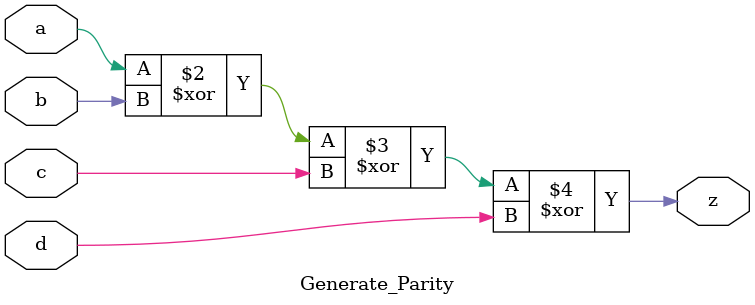
<source format=sv>
/*
  Code can be found here: https://edaplayground.com/x/rV_q
*/

// main program
module Generate_Parity (z, a, b, c, d);
  input a, b, c, d;
  output z;

  assign z = a ^ b ^ c ^ d;

endmodule


// testbench
module tb_Generate_Parity;

  reg m0, m1, m2, m3;
  wire P;

  initial begin

    // $dumpfile ("dump.vcd"); //only needed if using the online compiler
    // $dumpvars (1, tb_Generate_Parity); //only needed if using the online compiler

    // #000 m0 = 0; m1 = 0; m2 = 0; m3 = 0;
    // #100 m0 = 0; m1 = 0; m2 = 0; m3 = 1;
    // #100 m0 = 0; m1 = 0; m2 = 1; m3 = 0;
    // #100 m0 = 0; m1 = 0; m2 = 1; m3 = 1;
    // #100 m0 = 0; m1 = 1; m2 = 0; m3 = 0;
    // #100 m0 = 0; m1 = 1; m2 = 0; m3 = 1;
    // #100 m0 = 0; m1 = 1; m2 = 1; m3 = 0;
    // #100 m0 = 0; m1 = 1; m2 = 1; m3 = 1;
    // #100 m0 = 1; m1 = 0; m2 = 0; m3 = 0;
    // #100 m0 = 1; m1 = 0; m2 = 0; m3 = 1;
    // #100 m0 = 1; m1 = 0; m2 = 1; m3 = 0;
    // #100 m0 = 1; m1 = 0; m2 = 1; m3 = 1;
    // #100 m0 = 1; m1 = 1; m2 = 0; m3 = 0;
    // #100 m0 = 1; m1 = 1; m2 = 0; m3 = 1;
    // #100 m0 = 1; m1 = 1; m2 = 1; m3 = 0;
    // #100 m0 = 1; m1 = 1; m2 = 1; m3 = 1;
    // #100 $stop;

  end

  Generate_Parity U1 (P, m0, m1, m2, m3);

endmodule

</source>
